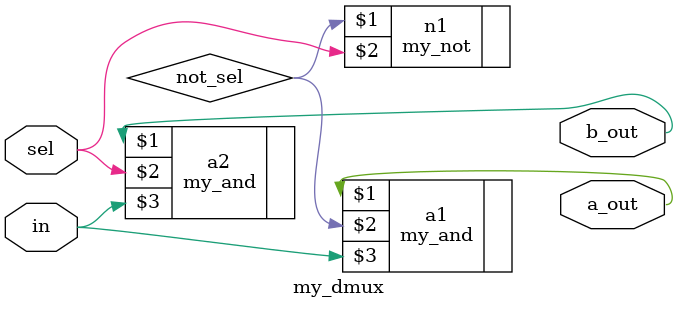
<source format=sv>
`ifndef my_not
  `include "my_not.sv"
`endif
`ifndef my_and
  `include "my_and.sv"
`endif
`define my_dmux 1

module my_dmux(a_out, b_out, in, sel);
  input in, sel;
  output a_out, b_out;

  wire not_sel;
  
  my_not n1(not_sel, sel);
  my_and a1(a_out, not_sel, in);
  my_and a2(b_out, sel, in);
endmodule
</source>
